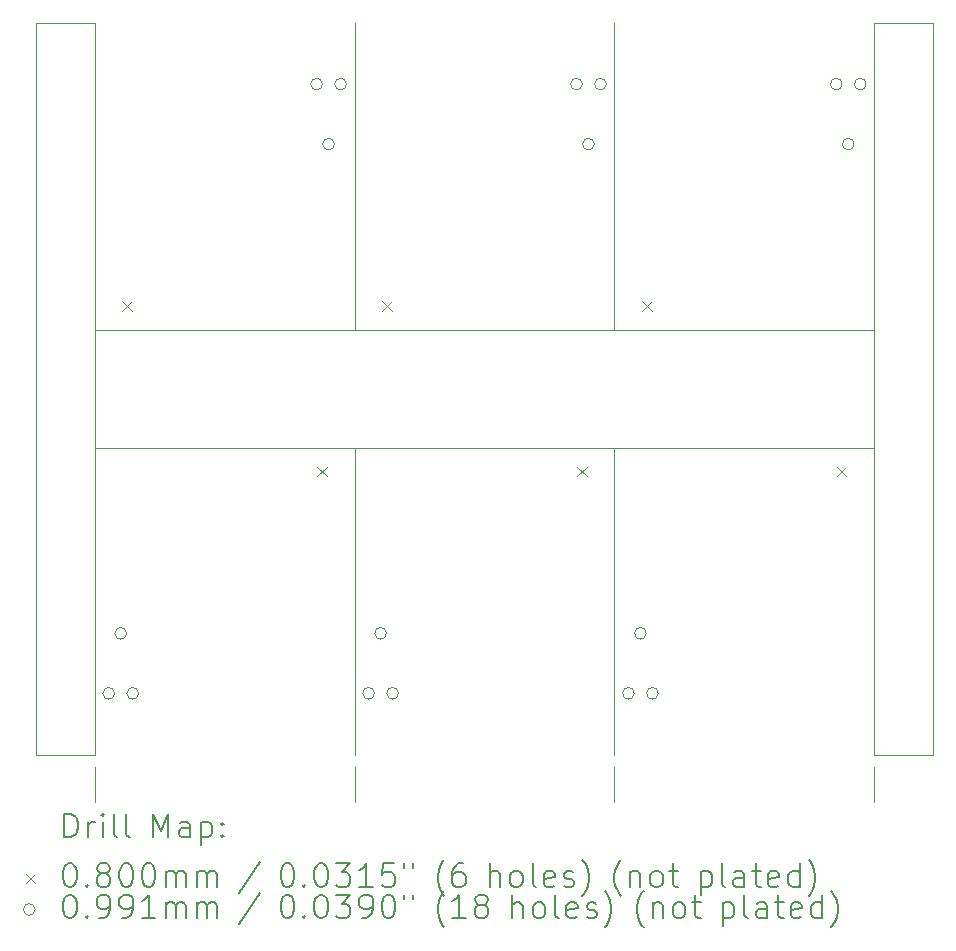
<source format=gbr>
%TF.GenerationSoftware,KiCad,Pcbnew,(7.0.0-rc2-153-g7d6218acb4)*%
%TF.CreationDate,2023-02-19T17:36:38+08:00*%
%TF.ProjectId,RAK3172-M.2-2230-Mod - panel,52414b33-3137-4322-9d4d-2e322d323233,rev?*%
%TF.SameCoordinates,Original*%
%TF.FileFunction,Drillmap*%
%TF.FilePolarity,Positive*%
%FSLAX45Y45*%
G04 Gerber Fmt 4.5, Leading zero omitted, Abs format (unit mm)*
G04 Created by KiCad (PCBNEW (7.0.0-rc2-153-g7d6218acb4)) date 2023-02-19 17:36:38*
%MOMM*%
%LPD*%
G01*
G04 APERTURE LIST*
%ADD10C,0.100000*%
%ADD11C,0.200000*%
%ADD12C,0.080000*%
%ADD13C,0.099060*%
G04 APERTURE END LIST*
D10*
X20395000Y-7097500D02*
X20395000Y-8097500D01*
X20395000Y-4497500D02*
X20395000Y-7097500D01*
X18195000Y-8097500D02*
X20395000Y-8097500D01*
X18195000Y-10697500D02*
X18195000Y-8097500D01*
X20395000Y-8097500D02*
X20395000Y-10697500D01*
X20395000Y-7097500D02*
X18195000Y-7097500D01*
X18195000Y-7097500D02*
X18195000Y-4497500D01*
X20395000Y-10797500D02*
X20395000Y-11097500D01*
X13795000Y-10797500D02*
X13795000Y-11097500D01*
X13295000Y-4497500D02*
X13795000Y-4497500D01*
X13295000Y-10697500D02*
X13295000Y-4497500D01*
X13795000Y-10697500D02*
X13295000Y-10697500D01*
X20895000Y-4497500D02*
X20395000Y-4497500D01*
X20895000Y-10697500D02*
X20895000Y-4497500D01*
X20395000Y-10697500D02*
X20895000Y-10697500D01*
X15995000Y-10797500D02*
X15995000Y-11097500D01*
X18195000Y-10797500D02*
X18195000Y-11097500D01*
X13795000Y-7097500D02*
X13795000Y-8097500D01*
X15995000Y-4497500D02*
X15995000Y-7097500D01*
X15995000Y-7097500D02*
X13795000Y-7097500D01*
X13795000Y-7097500D02*
X13795000Y-4497500D01*
X15995000Y-7097500D02*
X15995000Y-4497500D01*
X18195000Y-7097500D02*
X15995000Y-7097500D01*
X18195000Y-4497500D02*
X18195000Y-7097500D01*
X18195000Y-8097500D02*
X18195000Y-10697500D01*
X15995000Y-8097500D02*
X18195000Y-8097500D01*
X15995000Y-10697500D02*
X15995000Y-8097500D01*
X15995000Y-8097500D02*
X15995000Y-10697500D01*
X13795000Y-10697500D02*
X13795000Y-8097500D01*
X13795000Y-8097500D02*
X15995000Y-8097500D01*
D11*
D12*
X14030000Y-6857500D02*
X14110000Y-6937500D01*
X14110000Y-6857500D02*
X14030000Y-6937500D01*
X15680000Y-8257500D02*
X15760000Y-8337500D01*
X15760000Y-8257500D02*
X15680000Y-8337500D01*
X16230000Y-6857500D02*
X16310000Y-6937500D01*
X16310000Y-6857500D02*
X16230000Y-6937500D01*
X17880000Y-8257500D02*
X17960000Y-8337500D01*
X17960000Y-8257500D02*
X17880000Y-8337500D01*
X18430000Y-6857500D02*
X18510000Y-6937500D01*
X18510000Y-6857500D02*
X18430000Y-6937500D01*
X20080000Y-8257500D02*
X20160000Y-8337500D01*
X20160000Y-8257500D02*
X20080000Y-8337500D01*
D13*
X13962930Y-10176500D02*
G75*
G03*
X13962930Y-10176500I-49530J0D01*
G01*
X14064530Y-9668500D02*
G75*
G03*
X14064530Y-9668500I-49530J0D01*
G01*
X14166130Y-10176500D02*
G75*
G03*
X14166130Y-10176500I-49530J0D01*
G01*
X15722930Y-5018500D02*
G75*
G03*
X15722930Y-5018500I-49530J0D01*
G01*
X15824530Y-5526500D02*
G75*
G03*
X15824530Y-5526500I-49530J0D01*
G01*
X15926130Y-5018500D02*
G75*
G03*
X15926130Y-5018500I-49530J0D01*
G01*
X16162930Y-10176500D02*
G75*
G03*
X16162930Y-10176500I-49530J0D01*
G01*
X16264530Y-9668500D02*
G75*
G03*
X16264530Y-9668500I-49530J0D01*
G01*
X16366130Y-10176500D02*
G75*
G03*
X16366130Y-10176500I-49530J0D01*
G01*
X17922930Y-5018500D02*
G75*
G03*
X17922930Y-5018500I-49530J0D01*
G01*
X18024530Y-5526500D02*
G75*
G03*
X18024530Y-5526500I-49530J0D01*
G01*
X18126130Y-5018500D02*
G75*
G03*
X18126130Y-5018500I-49530J0D01*
G01*
X18362930Y-10176500D02*
G75*
G03*
X18362930Y-10176500I-49530J0D01*
G01*
X18464530Y-9668500D02*
G75*
G03*
X18464530Y-9668500I-49530J0D01*
G01*
X18566130Y-10176500D02*
G75*
G03*
X18566130Y-10176500I-49530J0D01*
G01*
X20122930Y-5018500D02*
G75*
G03*
X20122930Y-5018500I-49530J0D01*
G01*
X20224530Y-5526500D02*
G75*
G03*
X20224530Y-5526500I-49530J0D01*
G01*
X20326130Y-5018500D02*
G75*
G03*
X20326130Y-5018500I-49530J0D01*
G01*
D11*
X13537619Y-11395976D02*
X13537619Y-11195976D01*
X13537619Y-11195976D02*
X13585238Y-11195976D01*
X13585238Y-11195976D02*
X13613809Y-11205500D01*
X13613809Y-11205500D02*
X13632857Y-11224548D01*
X13632857Y-11224548D02*
X13642381Y-11243595D01*
X13642381Y-11243595D02*
X13651905Y-11281690D01*
X13651905Y-11281690D02*
X13651905Y-11310262D01*
X13651905Y-11310262D02*
X13642381Y-11348357D01*
X13642381Y-11348357D02*
X13632857Y-11367405D01*
X13632857Y-11367405D02*
X13613809Y-11386452D01*
X13613809Y-11386452D02*
X13585238Y-11395976D01*
X13585238Y-11395976D02*
X13537619Y-11395976D01*
X13737619Y-11395976D02*
X13737619Y-11262643D01*
X13737619Y-11300738D02*
X13747143Y-11281690D01*
X13747143Y-11281690D02*
X13756667Y-11272167D01*
X13756667Y-11272167D02*
X13775714Y-11262643D01*
X13775714Y-11262643D02*
X13794762Y-11262643D01*
X13861428Y-11395976D02*
X13861428Y-11262643D01*
X13861428Y-11195976D02*
X13851905Y-11205500D01*
X13851905Y-11205500D02*
X13861428Y-11215024D01*
X13861428Y-11215024D02*
X13870952Y-11205500D01*
X13870952Y-11205500D02*
X13861428Y-11195976D01*
X13861428Y-11195976D02*
X13861428Y-11215024D01*
X13985238Y-11395976D02*
X13966190Y-11386452D01*
X13966190Y-11386452D02*
X13956667Y-11367405D01*
X13956667Y-11367405D02*
X13956667Y-11195976D01*
X14090000Y-11395976D02*
X14070952Y-11386452D01*
X14070952Y-11386452D02*
X14061428Y-11367405D01*
X14061428Y-11367405D02*
X14061428Y-11195976D01*
X14286190Y-11395976D02*
X14286190Y-11195976D01*
X14286190Y-11195976D02*
X14352857Y-11338833D01*
X14352857Y-11338833D02*
X14419524Y-11195976D01*
X14419524Y-11195976D02*
X14419524Y-11395976D01*
X14600476Y-11395976D02*
X14600476Y-11291214D01*
X14600476Y-11291214D02*
X14590952Y-11272167D01*
X14590952Y-11272167D02*
X14571905Y-11262643D01*
X14571905Y-11262643D02*
X14533809Y-11262643D01*
X14533809Y-11262643D02*
X14514762Y-11272167D01*
X14600476Y-11386452D02*
X14581428Y-11395976D01*
X14581428Y-11395976D02*
X14533809Y-11395976D01*
X14533809Y-11395976D02*
X14514762Y-11386452D01*
X14514762Y-11386452D02*
X14505238Y-11367405D01*
X14505238Y-11367405D02*
X14505238Y-11348357D01*
X14505238Y-11348357D02*
X14514762Y-11329309D01*
X14514762Y-11329309D02*
X14533809Y-11319786D01*
X14533809Y-11319786D02*
X14581428Y-11319786D01*
X14581428Y-11319786D02*
X14600476Y-11310262D01*
X14695714Y-11262643D02*
X14695714Y-11462643D01*
X14695714Y-11272167D02*
X14714762Y-11262643D01*
X14714762Y-11262643D02*
X14752857Y-11262643D01*
X14752857Y-11262643D02*
X14771905Y-11272167D01*
X14771905Y-11272167D02*
X14781428Y-11281690D01*
X14781428Y-11281690D02*
X14790952Y-11300738D01*
X14790952Y-11300738D02*
X14790952Y-11357881D01*
X14790952Y-11357881D02*
X14781428Y-11376928D01*
X14781428Y-11376928D02*
X14771905Y-11386452D01*
X14771905Y-11386452D02*
X14752857Y-11395976D01*
X14752857Y-11395976D02*
X14714762Y-11395976D01*
X14714762Y-11395976D02*
X14695714Y-11386452D01*
X14876667Y-11376928D02*
X14886190Y-11386452D01*
X14886190Y-11386452D02*
X14876667Y-11395976D01*
X14876667Y-11395976D02*
X14867143Y-11386452D01*
X14867143Y-11386452D02*
X14876667Y-11376928D01*
X14876667Y-11376928D02*
X14876667Y-11395976D01*
X14876667Y-11272167D02*
X14886190Y-11281690D01*
X14886190Y-11281690D02*
X14876667Y-11291214D01*
X14876667Y-11291214D02*
X14867143Y-11281690D01*
X14867143Y-11281690D02*
X14876667Y-11272167D01*
X14876667Y-11272167D02*
X14876667Y-11291214D01*
D12*
X13210000Y-11702500D02*
X13290000Y-11782500D01*
X13290000Y-11702500D02*
X13210000Y-11782500D01*
D11*
X13575714Y-11615976D02*
X13594762Y-11615976D01*
X13594762Y-11615976D02*
X13613809Y-11625500D01*
X13613809Y-11625500D02*
X13623333Y-11635024D01*
X13623333Y-11635024D02*
X13632857Y-11654071D01*
X13632857Y-11654071D02*
X13642381Y-11692167D01*
X13642381Y-11692167D02*
X13642381Y-11739786D01*
X13642381Y-11739786D02*
X13632857Y-11777881D01*
X13632857Y-11777881D02*
X13623333Y-11796928D01*
X13623333Y-11796928D02*
X13613809Y-11806452D01*
X13613809Y-11806452D02*
X13594762Y-11815976D01*
X13594762Y-11815976D02*
X13575714Y-11815976D01*
X13575714Y-11815976D02*
X13556667Y-11806452D01*
X13556667Y-11806452D02*
X13547143Y-11796928D01*
X13547143Y-11796928D02*
X13537619Y-11777881D01*
X13537619Y-11777881D02*
X13528095Y-11739786D01*
X13528095Y-11739786D02*
X13528095Y-11692167D01*
X13528095Y-11692167D02*
X13537619Y-11654071D01*
X13537619Y-11654071D02*
X13547143Y-11635024D01*
X13547143Y-11635024D02*
X13556667Y-11625500D01*
X13556667Y-11625500D02*
X13575714Y-11615976D01*
X13728095Y-11796928D02*
X13737619Y-11806452D01*
X13737619Y-11806452D02*
X13728095Y-11815976D01*
X13728095Y-11815976D02*
X13718571Y-11806452D01*
X13718571Y-11806452D02*
X13728095Y-11796928D01*
X13728095Y-11796928D02*
X13728095Y-11815976D01*
X13851905Y-11701690D02*
X13832857Y-11692167D01*
X13832857Y-11692167D02*
X13823333Y-11682643D01*
X13823333Y-11682643D02*
X13813809Y-11663595D01*
X13813809Y-11663595D02*
X13813809Y-11654071D01*
X13813809Y-11654071D02*
X13823333Y-11635024D01*
X13823333Y-11635024D02*
X13832857Y-11625500D01*
X13832857Y-11625500D02*
X13851905Y-11615976D01*
X13851905Y-11615976D02*
X13890000Y-11615976D01*
X13890000Y-11615976D02*
X13909048Y-11625500D01*
X13909048Y-11625500D02*
X13918571Y-11635024D01*
X13918571Y-11635024D02*
X13928095Y-11654071D01*
X13928095Y-11654071D02*
X13928095Y-11663595D01*
X13928095Y-11663595D02*
X13918571Y-11682643D01*
X13918571Y-11682643D02*
X13909048Y-11692167D01*
X13909048Y-11692167D02*
X13890000Y-11701690D01*
X13890000Y-11701690D02*
X13851905Y-11701690D01*
X13851905Y-11701690D02*
X13832857Y-11711214D01*
X13832857Y-11711214D02*
X13823333Y-11720738D01*
X13823333Y-11720738D02*
X13813809Y-11739786D01*
X13813809Y-11739786D02*
X13813809Y-11777881D01*
X13813809Y-11777881D02*
X13823333Y-11796928D01*
X13823333Y-11796928D02*
X13832857Y-11806452D01*
X13832857Y-11806452D02*
X13851905Y-11815976D01*
X13851905Y-11815976D02*
X13890000Y-11815976D01*
X13890000Y-11815976D02*
X13909048Y-11806452D01*
X13909048Y-11806452D02*
X13918571Y-11796928D01*
X13918571Y-11796928D02*
X13928095Y-11777881D01*
X13928095Y-11777881D02*
X13928095Y-11739786D01*
X13928095Y-11739786D02*
X13918571Y-11720738D01*
X13918571Y-11720738D02*
X13909048Y-11711214D01*
X13909048Y-11711214D02*
X13890000Y-11701690D01*
X14051905Y-11615976D02*
X14070952Y-11615976D01*
X14070952Y-11615976D02*
X14090000Y-11625500D01*
X14090000Y-11625500D02*
X14099524Y-11635024D01*
X14099524Y-11635024D02*
X14109048Y-11654071D01*
X14109048Y-11654071D02*
X14118571Y-11692167D01*
X14118571Y-11692167D02*
X14118571Y-11739786D01*
X14118571Y-11739786D02*
X14109048Y-11777881D01*
X14109048Y-11777881D02*
X14099524Y-11796928D01*
X14099524Y-11796928D02*
X14090000Y-11806452D01*
X14090000Y-11806452D02*
X14070952Y-11815976D01*
X14070952Y-11815976D02*
X14051905Y-11815976D01*
X14051905Y-11815976D02*
X14032857Y-11806452D01*
X14032857Y-11806452D02*
X14023333Y-11796928D01*
X14023333Y-11796928D02*
X14013809Y-11777881D01*
X14013809Y-11777881D02*
X14004286Y-11739786D01*
X14004286Y-11739786D02*
X14004286Y-11692167D01*
X14004286Y-11692167D02*
X14013809Y-11654071D01*
X14013809Y-11654071D02*
X14023333Y-11635024D01*
X14023333Y-11635024D02*
X14032857Y-11625500D01*
X14032857Y-11625500D02*
X14051905Y-11615976D01*
X14242381Y-11615976D02*
X14261429Y-11615976D01*
X14261429Y-11615976D02*
X14280476Y-11625500D01*
X14280476Y-11625500D02*
X14290000Y-11635024D01*
X14290000Y-11635024D02*
X14299524Y-11654071D01*
X14299524Y-11654071D02*
X14309048Y-11692167D01*
X14309048Y-11692167D02*
X14309048Y-11739786D01*
X14309048Y-11739786D02*
X14299524Y-11777881D01*
X14299524Y-11777881D02*
X14290000Y-11796928D01*
X14290000Y-11796928D02*
X14280476Y-11806452D01*
X14280476Y-11806452D02*
X14261429Y-11815976D01*
X14261429Y-11815976D02*
X14242381Y-11815976D01*
X14242381Y-11815976D02*
X14223333Y-11806452D01*
X14223333Y-11806452D02*
X14213809Y-11796928D01*
X14213809Y-11796928D02*
X14204286Y-11777881D01*
X14204286Y-11777881D02*
X14194762Y-11739786D01*
X14194762Y-11739786D02*
X14194762Y-11692167D01*
X14194762Y-11692167D02*
X14204286Y-11654071D01*
X14204286Y-11654071D02*
X14213809Y-11635024D01*
X14213809Y-11635024D02*
X14223333Y-11625500D01*
X14223333Y-11625500D02*
X14242381Y-11615976D01*
X14394762Y-11815976D02*
X14394762Y-11682643D01*
X14394762Y-11701690D02*
X14404286Y-11692167D01*
X14404286Y-11692167D02*
X14423333Y-11682643D01*
X14423333Y-11682643D02*
X14451905Y-11682643D01*
X14451905Y-11682643D02*
X14470952Y-11692167D01*
X14470952Y-11692167D02*
X14480476Y-11711214D01*
X14480476Y-11711214D02*
X14480476Y-11815976D01*
X14480476Y-11711214D02*
X14490000Y-11692167D01*
X14490000Y-11692167D02*
X14509048Y-11682643D01*
X14509048Y-11682643D02*
X14537619Y-11682643D01*
X14537619Y-11682643D02*
X14556667Y-11692167D01*
X14556667Y-11692167D02*
X14566190Y-11711214D01*
X14566190Y-11711214D02*
X14566190Y-11815976D01*
X14661429Y-11815976D02*
X14661429Y-11682643D01*
X14661429Y-11701690D02*
X14670952Y-11692167D01*
X14670952Y-11692167D02*
X14690000Y-11682643D01*
X14690000Y-11682643D02*
X14718571Y-11682643D01*
X14718571Y-11682643D02*
X14737619Y-11692167D01*
X14737619Y-11692167D02*
X14747143Y-11711214D01*
X14747143Y-11711214D02*
X14747143Y-11815976D01*
X14747143Y-11711214D02*
X14756667Y-11692167D01*
X14756667Y-11692167D02*
X14775714Y-11682643D01*
X14775714Y-11682643D02*
X14804286Y-11682643D01*
X14804286Y-11682643D02*
X14823333Y-11692167D01*
X14823333Y-11692167D02*
X14832857Y-11711214D01*
X14832857Y-11711214D02*
X14832857Y-11815976D01*
X15190952Y-11606452D02*
X15019524Y-11863595D01*
X15415714Y-11615976D02*
X15434762Y-11615976D01*
X15434762Y-11615976D02*
X15453810Y-11625500D01*
X15453810Y-11625500D02*
X15463333Y-11635024D01*
X15463333Y-11635024D02*
X15472857Y-11654071D01*
X15472857Y-11654071D02*
X15482381Y-11692167D01*
X15482381Y-11692167D02*
X15482381Y-11739786D01*
X15482381Y-11739786D02*
X15472857Y-11777881D01*
X15472857Y-11777881D02*
X15463333Y-11796928D01*
X15463333Y-11796928D02*
X15453810Y-11806452D01*
X15453810Y-11806452D02*
X15434762Y-11815976D01*
X15434762Y-11815976D02*
X15415714Y-11815976D01*
X15415714Y-11815976D02*
X15396667Y-11806452D01*
X15396667Y-11806452D02*
X15387143Y-11796928D01*
X15387143Y-11796928D02*
X15377619Y-11777881D01*
X15377619Y-11777881D02*
X15368095Y-11739786D01*
X15368095Y-11739786D02*
X15368095Y-11692167D01*
X15368095Y-11692167D02*
X15377619Y-11654071D01*
X15377619Y-11654071D02*
X15387143Y-11635024D01*
X15387143Y-11635024D02*
X15396667Y-11625500D01*
X15396667Y-11625500D02*
X15415714Y-11615976D01*
X15568095Y-11796928D02*
X15577619Y-11806452D01*
X15577619Y-11806452D02*
X15568095Y-11815976D01*
X15568095Y-11815976D02*
X15558571Y-11806452D01*
X15558571Y-11806452D02*
X15568095Y-11796928D01*
X15568095Y-11796928D02*
X15568095Y-11815976D01*
X15701429Y-11615976D02*
X15720476Y-11615976D01*
X15720476Y-11615976D02*
X15739524Y-11625500D01*
X15739524Y-11625500D02*
X15749048Y-11635024D01*
X15749048Y-11635024D02*
X15758571Y-11654071D01*
X15758571Y-11654071D02*
X15768095Y-11692167D01*
X15768095Y-11692167D02*
X15768095Y-11739786D01*
X15768095Y-11739786D02*
X15758571Y-11777881D01*
X15758571Y-11777881D02*
X15749048Y-11796928D01*
X15749048Y-11796928D02*
X15739524Y-11806452D01*
X15739524Y-11806452D02*
X15720476Y-11815976D01*
X15720476Y-11815976D02*
X15701429Y-11815976D01*
X15701429Y-11815976D02*
X15682381Y-11806452D01*
X15682381Y-11806452D02*
X15672857Y-11796928D01*
X15672857Y-11796928D02*
X15663333Y-11777881D01*
X15663333Y-11777881D02*
X15653810Y-11739786D01*
X15653810Y-11739786D02*
X15653810Y-11692167D01*
X15653810Y-11692167D02*
X15663333Y-11654071D01*
X15663333Y-11654071D02*
X15672857Y-11635024D01*
X15672857Y-11635024D02*
X15682381Y-11625500D01*
X15682381Y-11625500D02*
X15701429Y-11615976D01*
X15834762Y-11615976D02*
X15958571Y-11615976D01*
X15958571Y-11615976D02*
X15891905Y-11692167D01*
X15891905Y-11692167D02*
X15920476Y-11692167D01*
X15920476Y-11692167D02*
X15939524Y-11701690D01*
X15939524Y-11701690D02*
X15949048Y-11711214D01*
X15949048Y-11711214D02*
X15958571Y-11730262D01*
X15958571Y-11730262D02*
X15958571Y-11777881D01*
X15958571Y-11777881D02*
X15949048Y-11796928D01*
X15949048Y-11796928D02*
X15939524Y-11806452D01*
X15939524Y-11806452D02*
X15920476Y-11815976D01*
X15920476Y-11815976D02*
X15863333Y-11815976D01*
X15863333Y-11815976D02*
X15844286Y-11806452D01*
X15844286Y-11806452D02*
X15834762Y-11796928D01*
X16149048Y-11815976D02*
X16034762Y-11815976D01*
X16091905Y-11815976D02*
X16091905Y-11615976D01*
X16091905Y-11615976D02*
X16072857Y-11644548D01*
X16072857Y-11644548D02*
X16053810Y-11663595D01*
X16053810Y-11663595D02*
X16034762Y-11673119D01*
X16330000Y-11615976D02*
X16234762Y-11615976D01*
X16234762Y-11615976D02*
X16225238Y-11711214D01*
X16225238Y-11711214D02*
X16234762Y-11701690D01*
X16234762Y-11701690D02*
X16253810Y-11692167D01*
X16253810Y-11692167D02*
X16301429Y-11692167D01*
X16301429Y-11692167D02*
X16320476Y-11701690D01*
X16320476Y-11701690D02*
X16330000Y-11711214D01*
X16330000Y-11711214D02*
X16339524Y-11730262D01*
X16339524Y-11730262D02*
X16339524Y-11777881D01*
X16339524Y-11777881D02*
X16330000Y-11796928D01*
X16330000Y-11796928D02*
X16320476Y-11806452D01*
X16320476Y-11806452D02*
X16301429Y-11815976D01*
X16301429Y-11815976D02*
X16253810Y-11815976D01*
X16253810Y-11815976D02*
X16234762Y-11806452D01*
X16234762Y-11806452D02*
X16225238Y-11796928D01*
X16415714Y-11615976D02*
X16415714Y-11654071D01*
X16491905Y-11615976D02*
X16491905Y-11654071D01*
X16754762Y-11892167D02*
X16745238Y-11882643D01*
X16745238Y-11882643D02*
X16726191Y-11854071D01*
X16726191Y-11854071D02*
X16716667Y-11835024D01*
X16716667Y-11835024D02*
X16707143Y-11806452D01*
X16707143Y-11806452D02*
X16697619Y-11758833D01*
X16697619Y-11758833D02*
X16697619Y-11720738D01*
X16697619Y-11720738D02*
X16707143Y-11673119D01*
X16707143Y-11673119D02*
X16716667Y-11644548D01*
X16716667Y-11644548D02*
X16726191Y-11625500D01*
X16726191Y-11625500D02*
X16745238Y-11596928D01*
X16745238Y-11596928D02*
X16754762Y-11587405D01*
X16916667Y-11615976D02*
X16878572Y-11615976D01*
X16878572Y-11615976D02*
X16859524Y-11625500D01*
X16859524Y-11625500D02*
X16850000Y-11635024D01*
X16850000Y-11635024D02*
X16830953Y-11663595D01*
X16830953Y-11663595D02*
X16821429Y-11701690D01*
X16821429Y-11701690D02*
X16821429Y-11777881D01*
X16821429Y-11777881D02*
X16830953Y-11796928D01*
X16830953Y-11796928D02*
X16840476Y-11806452D01*
X16840476Y-11806452D02*
X16859524Y-11815976D01*
X16859524Y-11815976D02*
X16897619Y-11815976D01*
X16897619Y-11815976D02*
X16916667Y-11806452D01*
X16916667Y-11806452D02*
X16926191Y-11796928D01*
X16926191Y-11796928D02*
X16935714Y-11777881D01*
X16935714Y-11777881D02*
X16935714Y-11730262D01*
X16935714Y-11730262D02*
X16926191Y-11711214D01*
X16926191Y-11711214D02*
X16916667Y-11701690D01*
X16916667Y-11701690D02*
X16897619Y-11692167D01*
X16897619Y-11692167D02*
X16859524Y-11692167D01*
X16859524Y-11692167D02*
X16840476Y-11701690D01*
X16840476Y-11701690D02*
X16830953Y-11711214D01*
X16830953Y-11711214D02*
X16821429Y-11730262D01*
X17141429Y-11815976D02*
X17141429Y-11615976D01*
X17227143Y-11815976D02*
X17227143Y-11711214D01*
X17227143Y-11711214D02*
X17217619Y-11692167D01*
X17217619Y-11692167D02*
X17198572Y-11682643D01*
X17198572Y-11682643D02*
X17170000Y-11682643D01*
X17170000Y-11682643D02*
X17150953Y-11692167D01*
X17150953Y-11692167D02*
X17141429Y-11701690D01*
X17350953Y-11815976D02*
X17331905Y-11806452D01*
X17331905Y-11806452D02*
X17322381Y-11796928D01*
X17322381Y-11796928D02*
X17312857Y-11777881D01*
X17312857Y-11777881D02*
X17312857Y-11720738D01*
X17312857Y-11720738D02*
X17322381Y-11701690D01*
X17322381Y-11701690D02*
X17331905Y-11692167D01*
X17331905Y-11692167D02*
X17350953Y-11682643D01*
X17350953Y-11682643D02*
X17379524Y-11682643D01*
X17379524Y-11682643D02*
X17398572Y-11692167D01*
X17398572Y-11692167D02*
X17408095Y-11701690D01*
X17408095Y-11701690D02*
X17417619Y-11720738D01*
X17417619Y-11720738D02*
X17417619Y-11777881D01*
X17417619Y-11777881D02*
X17408095Y-11796928D01*
X17408095Y-11796928D02*
X17398572Y-11806452D01*
X17398572Y-11806452D02*
X17379524Y-11815976D01*
X17379524Y-11815976D02*
X17350953Y-11815976D01*
X17531905Y-11815976D02*
X17512857Y-11806452D01*
X17512857Y-11806452D02*
X17503334Y-11787405D01*
X17503334Y-11787405D02*
X17503334Y-11615976D01*
X17684286Y-11806452D02*
X17665238Y-11815976D01*
X17665238Y-11815976D02*
X17627143Y-11815976D01*
X17627143Y-11815976D02*
X17608095Y-11806452D01*
X17608095Y-11806452D02*
X17598572Y-11787405D01*
X17598572Y-11787405D02*
X17598572Y-11711214D01*
X17598572Y-11711214D02*
X17608095Y-11692167D01*
X17608095Y-11692167D02*
X17627143Y-11682643D01*
X17627143Y-11682643D02*
X17665238Y-11682643D01*
X17665238Y-11682643D02*
X17684286Y-11692167D01*
X17684286Y-11692167D02*
X17693810Y-11711214D01*
X17693810Y-11711214D02*
X17693810Y-11730262D01*
X17693810Y-11730262D02*
X17598572Y-11749309D01*
X17770000Y-11806452D02*
X17789048Y-11815976D01*
X17789048Y-11815976D02*
X17827143Y-11815976D01*
X17827143Y-11815976D02*
X17846191Y-11806452D01*
X17846191Y-11806452D02*
X17855715Y-11787405D01*
X17855715Y-11787405D02*
X17855715Y-11777881D01*
X17855715Y-11777881D02*
X17846191Y-11758833D01*
X17846191Y-11758833D02*
X17827143Y-11749309D01*
X17827143Y-11749309D02*
X17798572Y-11749309D01*
X17798572Y-11749309D02*
X17779524Y-11739786D01*
X17779524Y-11739786D02*
X17770000Y-11720738D01*
X17770000Y-11720738D02*
X17770000Y-11711214D01*
X17770000Y-11711214D02*
X17779524Y-11692167D01*
X17779524Y-11692167D02*
X17798572Y-11682643D01*
X17798572Y-11682643D02*
X17827143Y-11682643D01*
X17827143Y-11682643D02*
X17846191Y-11692167D01*
X17922381Y-11892167D02*
X17931905Y-11882643D01*
X17931905Y-11882643D02*
X17950953Y-11854071D01*
X17950953Y-11854071D02*
X17960476Y-11835024D01*
X17960476Y-11835024D02*
X17970000Y-11806452D01*
X17970000Y-11806452D02*
X17979524Y-11758833D01*
X17979524Y-11758833D02*
X17979524Y-11720738D01*
X17979524Y-11720738D02*
X17970000Y-11673119D01*
X17970000Y-11673119D02*
X17960476Y-11644548D01*
X17960476Y-11644548D02*
X17950953Y-11625500D01*
X17950953Y-11625500D02*
X17931905Y-11596928D01*
X17931905Y-11596928D02*
X17922381Y-11587405D01*
X18251905Y-11892167D02*
X18242381Y-11882643D01*
X18242381Y-11882643D02*
X18223334Y-11854071D01*
X18223334Y-11854071D02*
X18213810Y-11835024D01*
X18213810Y-11835024D02*
X18204286Y-11806452D01*
X18204286Y-11806452D02*
X18194762Y-11758833D01*
X18194762Y-11758833D02*
X18194762Y-11720738D01*
X18194762Y-11720738D02*
X18204286Y-11673119D01*
X18204286Y-11673119D02*
X18213810Y-11644548D01*
X18213810Y-11644548D02*
X18223334Y-11625500D01*
X18223334Y-11625500D02*
X18242381Y-11596928D01*
X18242381Y-11596928D02*
X18251905Y-11587405D01*
X18328095Y-11682643D02*
X18328095Y-11815976D01*
X18328095Y-11701690D02*
X18337619Y-11692167D01*
X18337619Y-11692167D02*
X18356667Y-11682643D01*
X18356667Y-11682643D02*
X18385238Y-11682643D01*
X18385238Y-11682643D02*
X18404286Y-11692167D01*
X18404286Y-11692167D02*
X18413810Y-11711214D01*
X18413810Y-11711214D02*
X18413810Y-11815976D01*
X18537619Y-11815976D02*
X18518572Y-11806452D01*
X18518572Y-11806452D02*
X18509048Y-11796928D01*
X18509048Y-11796928D02*
X18499524Y-11777881D01*
X18499524Y-11777881D02*
X18499524Y-11720738D01*
X18499524Y-11720738D02*
X18509048Y-11701690D01*
X18509048Y-11701690D02*
X18518572Y-11692167D01*
X18518572Y-11692167D02*
X18537619Y-11682643D01*
X18537619Y-11682643D02*
X18566191Y-11682643D01*
X18566191Y-11682643D02*
X18585238Y-11692167D01*
X18585238Y-11692167D02*
X18594762Y-11701690D01*
X18594762Y-11701690D02*
X18604286Y-11720738D01*
X18604286Y-11720738D02*
X18604286Y-11777881D01*
X18604286Y-11777881D02*
X18594762Y-11796928D01*
X18594762Y-11796928D02*
X18585238Y-11806452D01*
X18585238Y-11806452D02*
X18566191Y-11815976D01*
X18566191Y-11815976D02*
X18537619Y-11815976D01*
X18661429Y-11682643D02*
X18737619Y-11682643D01*
X18690000Y-11615976D02*
X18690000Y-11787405D01*
X18690000Y-11787405D02*
X18699524Y-11806452D01*
X18699524Y-11806452D02*
X18718572Y-11815976D01*
X18718572Y-11815976D02*
X18737619Y-11815976D01*
X18924286Y-11682643D02*
X18924286Y-11882643D01*
X18924286Y-11692167D02*
X18943334Y-11682643D01*
X18943334Y-11682643D02*
X18981429Y-11682643D01*
X18981429Y-11682643D02*
X19000476Y-11692167D01*
X19000476Y-11692167D02*
X19010000Y-11701690D01*
X19010000Y-11701690D02*
X19019524Y-11720738D01*
X19019524Y-11720738D02*
X19019524Y-11777881D01*
X19019524Y-11777881D02*
X19010000Y-11796928D01*
X19010000Y-11796928D02*
X19000476Y-11806452D01*
X19000476Y-11806452D02*
X18981429Y-11815976D01*
X18981429Y-11815976D02*
X18943334Y-11815976D01*
X18943334Y-11815976D02*
X18924286Y-11806452D01*
X19133810Y-11815976D02*
X19114762Y-11806452D01*
X19114762Y-11806452D02*
X19105238Y-11787405D01*
X19105238Y-11787405D02*
X19105238Y-11615976D01*
X19295715Y-11815976D02*
X19295715Y-11711214D01*
X19295715Y-11711214D02*
X19286191Y-11692167D01*
X19286191Y-11692167D02*
X19267143Y-11682643D01*
X19267143Y-11682643D02*
X19229048Y-11682643D01*
X19229048Y-11682643D02*
X19210000Y-11692167D01*
X19295715Y-11806452D02*
X19276667Y-11815976D01*
X19276667Y-11815976D02*
X19229048Y-11815976D01*
X19229048Y-11815976D02*
X19210000Y-11806452D01*
X19210000Y-11806452D02*
X19200476Y-11787405D01*
X19200476Y-11787405D02*
X19200476Y-11768357D01*
X19200476Y-11768357D02*
X19210000Y-11749309D01*
X19210000Y-11749309D02*
X19229048Y-11739786D01*
X19229048Y-11739786D02*
X19276667Y-11739786D01*
X19276667Y-11739786D02*
X19295715Y-11730262D01*
X19362381Y-11682643D02*
X19438572Y-11682643D01*
X19390953Y-11615976D02*
X19390953Y-11787405D01*
X19390953Y-11787405D02*
X19400476Y-11806452D01*
X19400476Y-11806452D02*
X19419524Y-11815976D01*
X19419524Y-11815976D02*
X19438572Y-11815976D01*
X19581429Y-11806452D02*
X19562381Y-11815976D01*
X19562381Y-11815976D02*
X19524286Y-11815976D01*
X19524286Y-11815976D02*
X19505238Y-11806452D01*
X19505238Y-11806452D02*
X19495715Y-11787405D01*
X19495715Y-11787405D02*
X19495715Y-11711214D01*
X19495715Y-11711214D02*
X19505238Y-11692167D01*
X19505238Y-11692167D02*
X19524286Y-11682643D01*
X19524286Y-11682643D02*
X19562381Y-11682643D01*
X19562381Y-11682643D02*
X19581429Y-11692167D01*
X19581429Y-11692167D02*
X19590953Y-11711214D01*
X19590953Y-11711214D02*
X19590953Y-11730262D01*
X19590953Y-11730262D02*
X19495715Y-11749309D01*
X19762381Y-11815976D02*
X19762381Y-11615976D01*
X19762381Y-11806452D02*
X19743334Y-11815976D01*
X19743334Y-11815976D02*
X19705238Y-11815976D01*
X19705238Y-11815976D02*
X19686191Y-11806452D01*
X19686191Y-11806452D02*
X19676667Y-11796928D01*
X19676667Y-11796928D02*
X19667143Y-11777881D01*
X19667143Y-11777881D02*
X19667143Y-11720738D01*
X19667143Y-11720738D02*
X19676667Y-11701690D01*
X19676667Y-11701690D02*
X19686191Y-11692167D01*
X19686191Y-11692167D02*
X19705238Y-11682643D01*
X19705238Y-11682643D02*
X19743334Y-11682643D01*
X19743334Y-11682643D02*
X19762381Y-11692167D01*
X19838572Y-11892167D02*
X19848096Y-11882643D01*
X19848096Y-11882643D02*
X19867143Y-11854071D01*
X19867143Y-11854071D02*
X19876667Y-11835024D01*
X19876667Y-11835024D02*
X19886191Y-11806452D01*
X19886191Y-11806452D02*
X19895715Y-11758833D01*
X19895715Y-11758833D02*
X19895715Y-11720738D01*
X19895715Y-11720738D02*
X19886191Y-11673119D01*
X19886191Y-11673119D02*
X19876667Y-11644548D01*
X19876667Y-11644548D02*
X19867143Y-11625500D01*
X19867143Y-11625500D02*
X19848096Y-11596928D01*
X19848096Y-11596928D02*
X19838572Y-11587405D01*
D13*
X13290000Y-12006500D02*
G75*
G03*
X13290000Y-12006500I-49530J0D01*
G01*
D11*
X13575714Y-11879976D02*
X13594762Y-11879976D01*
X13594762Y-11879976D02*
X13613809Y-11889500D01*
X13613809Y-11889500D02*
X13623333Y-11899024D01*
X13623333Y-11899024D02*
X13632857Y-11918071D01*
X13632857Y-11918071D02*
X13642381Y-11956167D01*
X13642381Y-11956167D02*
X13642381Y-12003786D01*
X13642381Y-12003786D02*
X13632857Y-12041881D01*
X13632857Y-12041881D02*
X13623333Y-12060928D01*
X13623333Y-12060928D02*
X13613809Y-12070452D01*
X13613809Y-12070452D02*
X13594762Y-12079976D01*
X13594762Y-12079976D02*
X13575714Y-12079976D01*
X13575714Y-12079976D02*
X13556667Y-12070452D01*
X13556667Y-12070452D02*
X13547143Y-12060928D01*
X13547143Y-12060928D02*
X13537619Y-12041881D01*
X13537619Y-12041881D02*
X13528095Y-12003786D01*
X13528095Y-12003786D02*
X13528095Y-11956167D01*
X13528095Y-11956167D02*
X13537619Y-11918071D01*
X13537619Y-11918071D02*
X13547143Y-11899024D01*
X13547143Y-11899024D02*
X13556667Y-11889500D01*
X13556667Y-11889500D02*
X13575714Y-11879976D01*
X13728095Y-12060928D02*
X13737619Y-12070452D01*
X13737619Y-12070452D02*
X13728095Y-12079976D01*
X13728095Y-12079976D02*
X13718571Y-12070452D01*
X13718571Y-12070452D02*
X13728095Y-12060928D01*
X13728095Y-12060928D02*
X13728095Y-12079976D01*
X13832857Y-12079976D02*
X13870952Y-12079976D01*
X13870952Y-12079976D02*
X13890000Y-12070452D01*
X13890000Y-12070452D02*
X13899524Y-12060928D01*
X13899524Y-12060928D02*
X13918571Y-12032357D01*
X13918571Y-12032357D02*
X13928095Y-11994262D01*
X13928095Y-11994262D02*
X13928095Y-11918071D01*
X13928095Y-11918071D02*
X13918571Y-11899024D01*
X13918571Y-11899024D02*
X13909048Y-11889500D01*
X13909048Y-11889500D02*
X13890000Y-11879976D01*
X13890000Y-11879976D02*
X13851905Y-11879976D01*
X13851905Y-11879976D02*
X13832857Y-11889500D01*
X13832857Y-11889500D02*
X13823333Y-11899024D01*
X13823333Y-11899024D02*
X13813809Y-11918071D01*
X13813809Y-11918071D02*
X13813809Y-11965690D01*
X13813809Y-11965690D02*
X13823333Y-11984738D01*
X13823333Y-11984738D02*
X13832857Y-11994262D01*
X13832857Y-11994262D02*
X13851905Y-12003786D01*
X13851905Y-12003786D02*
X13890000Y-12003786D01*
X13890000Y-12003786D02*
X13909048Y-11994262D01*
X13909048Y-11994262D02*
X13918571Y-11984738D01*
X13918571Y-11984738D02*
X13928095Y-11965690D01*
X14023333Y-12079976D02*
X14061428Y-12079976D01*
X14061428Y-12079976D02*
X14080476Y-12070452D01*
X14080476Y-12070452D02*
X14090000Y-12060928D01*
X14090000Y-12060928D02*
X14109048Y-12032357D01*
X14109048Y-12032357D02*
X14118571Y-11994262D01*
X14118571Y-11994262D02*
X14118571Y-11918071D01*
X14118571Y-11918071D02*
X14109048Y-11899024D01*
X14109048Y-11899024D02*
X14099524Y-11889500D01*
X14099524Y-11889500D02*
X14080476Y-11879976D01*
X14080476Y-11879976D02*
X14042381Y-11879976D01*
X14042381Y-11879976D02*
X14023333Y-11889500D01*
X14023333Y-11889500D02*
X14013809Y-11899024D01*
X14013809Y-11899024D02*
X14004286Y-11918071D01*
X14004286Y-11918071D02*
X14004286Y-11965690D01*
X14004286Y-11965690D02*
X14013809Y-11984738D01*
X14013809Y-11984738D02*
X14023333Y-11994262D01*
X14023333Y-11994262D02*
X14042381Y-12003786D01*
X14042381Y-12003786D02*
X14080476Y-12003786D01*
X14080476Y-12003786D02*
X14099524Y-11994262D01*
X14099524Y-11994262D02*
X14109048Y-11984738D01*
X14109048Y-11984738D02*
X14118571Y-11965690D01*
X14309048Y-12079976D02*
X14194762Y-12079976D01*
X14251905Y-12079976D02*
X14251905Y-11879976D01*
X14251905Y-11879976D02*
X14232857Y-11908548D01*
X14232857Y-11908548D02*
X14213809Y-11927595D01*
X14213809Y-11927595D02*
X14194762Y-11937119D01*
X14394762Y-12079976D02*
X14394762Y-11946643D01*
X14394762Y-11965690D02*
X14404286Y-11956167D01*
X14404286Y-11956167D02*
X14423333Y-11946643D01*
X14423333Y-11946643D02*
X14451905Y-11946643D01*
X14451905Y-11946643D02*
X14470952Y-11956167D01*
X14470952Y-11956167D02*
X14480476Y-11975214D01*
X14480476Y-11975214D02*
X14480476Y-12079976D01*
X14480476Y-11975214D02*
X14490000Y-11956167D01*
X14490000Y-11956167D02*
X14509048Y-11946643D01*
X14509048Y-11946643D02*
X14537619Y-11946643D01*
X14537619Y-11946643D02*
X14556667Y-11956167D01*
X14556667Y-11956167D02*
X14566190Y-11975214D01*
X14566190Y-11975214D02*
X14566190Y-12079976D01*
X14661429Y-12079976D02*
X14661429Y-11946643D01*
X14661429Y-11965690D02*
X14670952Y-11956167D01*
X14670952Y-11956167D02*
X14690000Y-11946643D01*
X14690000Y-11946643D02*
X14718571Y-11946643D01*
X14718571Y-11946643D02*
X14737619Y-11956167D01*
X14737619Y-11956167D02*
X14747143Y-11975214D01*
X14747143Y-11975214D02*
X14747143Y-12079976D01*
X14747143Y-11975214D02*
X14756667Y-11956167D01*
X14756667Y-11956167D02*
X14775714Y-11946643D01*
X14775714Y-11946643D02*
X14804286Y-11946643D01*
X14804286Y-11946643D02*
X14823333Y-11956167D01*
X14823333Y-11956167D02*
X14832857Y-11975214D01*
X14832857Y-11975214D02*
X14832857Y-12079976D01*
X15190952Y-11870452D02*
X15019524Y-12127595D01*
X15415714Y-11879976D02*
X15434762Y-11879976D01*
X15434762Y-11879976D02*
X15453810Y-11889500D01*
X15453810Y-11889500D02*
X15463333Y-11899024D01*
X15463333Y-11899024D02*
X15472857Y-11918071D01*
X15472857Y-11918071D02*
X15482381Y-11956167D01*
X15482381Y-11956167D02*
X15482381Y-12003786D01*
X15482381Y-12003786D02*
X15472857Y-12041881D01*
X15472857Y-12041881D02*
X15463333Y-12060928D01*
X15463333Y-12060928D02*
X15453810Y-12070452D01*
X15453810Y-12070452D02*
X15434762Y-12079976D01*
X15434762Y-12079976D02*
X15415714Y-12079976D01*
X15415714Y-12079976D02*
X15396667Y-12070452D01*
X15396667Y-12070452D02*
X15387143Y-12060928D01*
X15387143Y-12060928D02*
X15377619Y-12041881D01*
X15377619Y-12041881D02*
X15368095Y-12003786D01*
X15368095Y-12003786D02*
X15368095Y-11956167D01*
X15368095Y-11956167D02*
X15377619Y-11918071D01*
X15377619Y-11918071D02*
X15387143Y-11899024D01*
X15387143Y-11899024D02*
X15396667Y-11889500D01*
X15396667Y-11889500D02*
X15415714Y-11879976D01*
X15568095Y-12060928D02*
X15577619Y-12070452D01*
X15577619Y-12070452D02*
X15568095Y-12079976D01*
X15568095Y-12079976D02*
X15558571Y-12070452D01*
X15558571Y-12070452D02*
X15568095Y-12060928D01*
X15568095Y-12060928D02*
X15568095Y-12079976D01*
X15701429Y-11879976D02*
X15720476Y-11879976D01*
X15720476Y-11879976D02*
X15739524Y-11889500D01*
X15739524Y-11889500D02*
X15749048Y-11899024D01*
X15749048Y-11899024D02*
X15758571Y-11918071D01*
X15758571Y-11918071D02*
X15768095Y-11956167D01*
X15768095Y-11956167D02*
X15768095Y-12003786D01*
X15768095Y-12003786D02*
X15758571Y-12041881D01*
X15758571Y-12041881D02*
X15749048Y-12060928D01*
X15749048Y-12060928D02*
X15739524Y-12070452D01*
X15739524Y-12070452D02*
X15720476Y-12079976D01*
X15720476Y-12079976D02*
X15701429Y-12079976D01*
X15701429Y-12079976D02*
X15682381Y-12070452D01*
X15682381Y-12070452D02*
X15672857Y-12060928D01*
X15672857Y-12060928D02*
X15663333Y-12041881D01*
X15663333Y-12041881D02*
X15653810Y-12003786D01*
X15653810Y-12003786D02*
X15653810Y-11956167D01*
X15653810Y-11956167D02*
X15663333Y-11918071D01*
X15663333Y-11918071D02*
X15672857Y-11899024D01*
X15672857Y-11899024D02*
X15682381Y-11889500D01*
X15682381Y-11889500D02*
X15701429Y-11879976D01*
X15834762Y-11879976D02*
X15958571Y-11879976D01*
X15958571Y-11879976D02*
X15891905Y-11956167D01*
X15891905Y-11956167D02*
X15920476Y-11956167D01*
X15920476Y-11956167D02*
X15939524Y-11965690D01*
X15939524Y-11965690D02*
X15949048Y-11975214D01*
X15949048Y-11975214D02*
X15958571Y-11994262D01*
X15958571Y-11994262D02*
X15958571Y-12041881D01*
X15958571Y-12041881D02*
X15949048Y-12060928D01*
X15949048Y-12060928D02*
X15939524Y-12070452D01*
X15939524Y-12070452D02*
X15920476Y-12079976D01*
X15920476Y-12079976D02*
X15863333Y-12079976D01*
X15863333Y-12079976D02*
X15844286Y-12070452D01*
X15844286Y-12070452D02*
X15834762Y-12060928D01*
X16053810Y-12079976D02*
X16091905Y-12079976D01*
X16091905Y-12079976D02*
X16110952Y-12070452D01*
X16110952Y-12070452D02*
X16120476Y-12060928D01*
X16120476Y-12060928D02*
X16139524Y-12032357D01*
X16139524Y-12032357D02*
X16149048Y-11994262D01*
X16149048Y-11994262D02*
X16149048Y-11918071D01*
X16149048Y-11918071D02*
X16139524Y-11899024D01*
X16139524Y-11899024D02*
X16130000Y-11889500D01*
X16130000Y-11889500D02*
X16110952Y-11879976D01*
X16110952Y-11879976D02*
X16072857Y-11879976D01*
X16072857Y-11879976D02*
X16053810Y-11889500D01*
X16053810Y-11889500D02*
X16044286Y-11899024D01*
X16044286Y-11899024D02*
X16034762Y-11918071D01*
X16034762Y-11918071D02*
X16034762Y-11965690D01*
X16034762Y-11965690D02*
X16044286Y-11984738D01*
X16044286Y-11984738D02*
X16053810Y-11994262D01*
X16053810Y-11994262D02*
X16072857Y-12003786D01*
X16072857Y-12003786D02*
X16110952Y-12003786D01*
X16110952Y-12003786D02*
X16130000Y-11994262D01*
X16130000Y-11994262D02*
X16139524Y-11984738D01*
X16139524Y-11984738D02*
X16149048Y-11965690D01*
X16272857Y-11879976D02*
X16291905Y-11879976D01*
X16291905Y-11879976D02*
X16310952Y-11889500D01*
X16310952Y-11889500D02*
X16320476Y-11899024D01*
X16320476Y-11899024D02*
X16330000Y-11918071D01*
X16330000Y-11918071D02*
X16339524Y-11956167D01*
X16339524Y-11956167D02*
X16339524Y-12003786D01*
X16339524Y-12003786D02*
X16330000Y-12041881D01*
X16330000Y-12041881D02*
X16320476Y-12060928D01*
X16320476Y-12060928D02*
X16310952Y-12070452D01*
X16310952Y-12070452D02*
X16291905Y-12079976D01*
X16291905Y-12079976D02*
X16272857Y-12079976D01*
X16272857Y-12079976D02*
X16253810Y-12070452D01*
X16253810Y-12070452D02*
X16244286Y-12060928D01*
X16244286Y-12060928D02*
X16234762Y-12041881D01*
X16234762Y-12041881D02*
X16225238Y-12003786D01*
X16225238Y-12003786D02*
X16225238Y-11956167D01*
X16225238Y-11956167D02*
X16234762Y-11918071D01*
X16234762Y-11918071D02*
X16244286Y-11899024D01*
X16244286Y-11899024D02*
X16253810Y-11889500D01*
X16253810Y-11889500D02*
X16272857Y-11879976D01*
X16415714Y-11879976D02*
X16415714Y-11918071D01*
X16491905Y-11879976D02*
X16491905Y-11918071D01*
X16754762Y-12156167D02*
X16745238Y-12146643D01*
X16745238Y-12146643D02*
X16726191Y-12118071D01*
X16726191Y-12118071D02*
X16716667Y-12099024D01*
X16716667Y-12099024D02*
X16707143Y-12070452D01*
X16707143Y-12070452D02*
X16697619Y-12022833D01*
X16697619Y-12022833D02*
X16697619Y-11984738D01*
X16697619Y-11984738D02*
X16707143Y-11937119D01*
X16707143Y-11937119D02*
X16716667Y-11908548D01*
X16716667Y-11908548D02*
X16726191Y-11889500D01*
X16726191Y-11889500D02*
X16745238Y-11860928D01*
X16745238Y-11860928D02*
X16754762Y-11851405D01*
X16935714Y-12079976D02*
X16821429Y-12079976D01*
X16878572Y-12079976D02*
X16878572Y-11879976D01*
X16878572Y-11879976D02*
X16859524Y-11908548D01*
X16859524Y-11908548D02*
X16840476Y-11927595D01*
X16840476Y-11927595D02*
X16821429Y-11937119D01*
X17050000Y-11965690D02*
X17030953Y-11956167D01*
X17030953Y-11956167D02*
X17021429Y-11946643D01*
X17021429Y-11946643D02*
X17011905Y-11927595D01*
X17011905Y-11927595D02*
X17011905Y-11918071D01*
X17011905Y-11918071D02*
X17021429Y-11899024D01*
X17021429Y-11899024D02*
X17030953Y-11889500D01*
X17030953Y-11889500D02*
X17050000Y-11879976D01*
X17050000Y-11879976D02*
X17088095Y-11879976D01*
X17088095Y-11879976D02*
X17107143Y-11889500D01*
X17107143Y-11889500D02*
X17116667Y-11899024D01*
X17116667Y-11899024D02*
X17126191Y-11918071D01*
X17126191Y-11918071D02*
X17126191Y-11927595D01*
X17126191Y-11927595D02*
X17116667Y-11946643D01*
X17116667Y-11946643D02*
X17107143Y-11956167D01*
X17107143Y-11956167D02*
X17088095Y-11965690D01*
X17088095Y-11965690D02*
X17050000Y-11965690D01*
X17050000Y-11965690D02*
X17030953Y-11975214D01*
X17030953Y-11975214D02*
X17021429Y-11984738D01*
X17021429Y-11984738D02*
X17011905Y-12003786D01*
X17011905Y-12003786D02*
X17011905Y-12041881D01*
X17011905Y-12041881D02*
X17021429Y-12060928D01*
X17021429Y-12060928D02*
X17030953Y-12070452D01*
X17030953Y-12070452D02*
X17050000Y-12079976D01*
X17050000Y-12079976D02*
X17088095Y-12079976D01*
X17088095Y-12079976D02*
X17107143Y-12070452D01*
X17107143Y-12070452D02*
X17116667Y-12060928D01*
X17116667Y-12060928D02*
X17126191Y-12041881D01*
X17126191Y-12041881D02*
X17126191Y-12003786D01*
X17126191Y-12003786D02*
X17116667Y-11984738D01*
X17116667Y-11984738D02*
X17107143Y-11975214D01*
X17107143Y-11975214D02*
X17088095Y-11965690D01*
X17331905Y-12079976D02*
X17331905Y-11879976D01*
X17417619Y-12079976D02*
X17417619Y-11975214D01*
X17417619Y-11975214D02*
X17408095Y-11956167D01*
X17408095Y-11956167D02*
X17389048Y-11946643D01*
X17389048Y-11946643D02*
X17360476Y-11946643D01*
X17360476Y-11946643D02*
X17341429Y-11956167D01*
X17341429Y-11956167D02*
X17331905Y-11965690D01*
X17541429Y-12079976D02*
X17522381Y-12070452D01*
X17522381Y-12070452D02*
X17512857Y-12060928D01*
X17512857Y-12060928D02*
X17503334Y-12041881D01*
X17503334Y-12041881D02*
X17503334Y-11984738D01*
X17503334Y-11984738D02*
X17512857Y-11965690D01*
X17512857Y-11965690D02*
X17522381Y-11956167D01*
X17522381Y-11956167D02*
X17541429Y-11946643D01*
X17541429Y-11946643D02*
X17570000Y-11946643D01*
X17570000Y-11946643D02*
X17589048Y-11956167D01*
X17589048Y-11956167D02*
X17598572Y-11965690D01*
X17598572Y-11965690D02*
X17608095Y-11984738D01*
X17608095Y-11984738D02*
X17608095Y-12041881D01*
X17608095Y-12041881D02*
X17598572Y-12060928D01*
X17598572Y-12060928D02*
X17589048Y-12070452D01*
X17589048Y-12070452D02*
X17570000Y-12079976D01*
X17570000Y-12079976D02*
X17541429Y-12079976D01*
X17722381Y-12079976D02*
X17703334Y-12070452D01*
X17703334Y-12070452D02*
X17693810Y-12051405D01*
X17693810Y-12051405D02*
X17693810Y-11879976D01*
X17874762Y-12070452D02*
X17855715Y-12079976D01*
X17855715Y-12079976D02*
X17817619Y-12079976D01*
X17817619Y-12079976D02*
X17798572Y-12070452D01*
X17798572Y-12070452D02*
X17789048Y-12051405D01*
X17789048Y-12051405D02*
X17789048Y-11975214D01*
X17789048Y-11975214D02*
X17798572Y-11956167D01*
X17798572Y-11956167D02*
X17817619Y-11946643D01*
X17817619Y-11946643D02*
X17855715Y-11946643D01*
X17855715Y-11946643D02*
X17874762Y-11956167D01*
X17874762Y-11956167D02*
X17884286Y-11975214D01*
X17884286Y-11975214D02*
X17884286Y-11994262D01*
X17884286Y-11994262D02*
X17789048Y-12013309D01*
X17960476Y-12070452D02*
X17979524Y-12079976D01*
X17979524Y-12079976D02*
X18017619Y-12079976D01*
X18017619Y-12079976D02*
X18036667Y-12070452D01*
X18036667Y-12070452D02*
X18046191Y-12051405D01*
X18046191Y-12051405D02*
X18046191Y-12041881D01*
X18046191Y-12041881D02*
X18036667Y-12022833D01*
X18036667Y-12022833D02*
X18017619Y-12013309D01*
X18017619Y-12013309D02*
X17989048Y-12013309D01*
X17989048Y-12013309D02*
X17970000Y-12003786D01*
X17970000Y-12003786D02*
X17960476Y-11984738D01*
X17960476Y-11984738D02*
X17960476Y-11975214D01*
X17960476Y-11975214D02*
X17970000Y-11956167D01*
X17970000Y-11956167D02*
X17989048Y-11946643D01*
X17989048Y-11946643D02*
X18017619Y-11946643D01*
X18017619Y-11946643D02*
X18036667Y-11956167D01*
X18112857Y-12156167D02*
X18122381Y-12146643D01*
X18122381Y-12146643D02*
X18141429Y-12118071D01*
X18141429Y-12118071D02*
X18150953Y-12099024D01*
X18150953Y-12099024D02*
X18160476Y-12070452D01*
X18160476Y-12070452D02*
X18170000Y-12022833D01*
X18170000Y-12022833D02*
X18170000Y-11984738D01*
X18170000Y-11984738D02*
X18160476Y-11937119D01*
X18160476Y-11937119D02*
X18150953Y-11908548D01*
X18150953Y-11908548D02*
X18141429Y-11889500D01*
X18141429Y-11889500D02*
X18122381Y-11860928D01*
X18122381Y-11860928D02*
X18112857Y-11851405D01*
X18442381Y-12156167D02*
X18432857Y-12146643D01*
X18432857Y-12146643D02*
X18413810Y-12118071D01*
X18413810Y-12118071D02*
X18404286Y-12099024D01*
X18404286Y-12099024D02*
X18394762Y-12070452D01*
X18394762Y-12070452D02*
X18385238Y-12022833D01*
X18385238Y-12022833D02*
X18385238Y-11984738D01*
X18385238Y-11984738D02*
X18394762Y-11937119D01*
X18394762Y-11937119D02*
X18404286Y-11908548D01*
X18404286Y-11908548D02*
X18413810Y-11889500D01*
X18413810Y-11889500D02*
X18432857Y-11860928D01*
X18432857Y-11860928D02*
X18442381Y-11851405D01*
X18518572Y-11946643D02*
X18518572Y-12079976D01*
X18518572Y-11965690D02*
X18528095Y-11956167D01*
X18528095Y-11956167D02*
X18547143Y-11946643D01*
X18547143Y-11946643D02*
X18575715Y-11946643D01*
X18575715Y-11946643D02*
X18594762Y-11956167D01*
X18594762Y-11956167D02*
X18604286Y-11975214D01*
X18604286Y-11975214D02*
X18604286Y-12079976D01*
X18728095Y-12079976D02*
X18709048Y-12070452D01*
X18709048Y-12070452D02*
X18699524Y-12060928D01*
X18699524Y-12060928D02*
X18690000Y-12041881D01*
X18690000Y-12041881D02*
X18690000Y-11984738D01*
X18690000Y-11984738D02*
X18699524Y-11965690D01*
X18699524Y-11965690D02*
X18709048Y-11956167D01*
X18709048Y-11956167D02*
X18728095Y-11946643D01*
X18728095Y-11946643D02*
X18756667Y-11946643D01*
X18756667Y-11946643D02*
X18775715Y-11956167D01*
X18775715Y-11956167D02*
X18785238Y-11965690D01*
X18785238Y-11965690D02*
X18794762Y-11984738D01*
X18794762Y-11984738D02*
X18794762Y-12041881D01*
X18794762Y-12041881D02*
X18785238Y-12060928D01*
X18785238Y-12060928D02*
X18775715Y-12070452D01*
X18775715Y-12070452D02*
X18756667Y-12079976D01*
X18756667Y-12079976D02*
X18728095Y-12079976D01*
X18851905Y-11946643D02*
X18928095Y-11946643D01*
X18880476Y-11879976D02*
X18880476Y-12051405D01*
X18880476Y-12051405D02*
X18890000Y-12070452D01*
X18890000Y-12070452D02*
X18909048Y-12079976D01*
X18909048Y-12079976D02*
X18928095Y-12079976D01*
X19114762Y-11946643D02*
X19114762Y-12146643D01*
X19114762Y-11956167D02*
X19133810Y-11946643D01*
X19133810Y-11946643D02*
X19171905Y-11946643D01*
X19171905Y-11946643D02*
X19190953Y-11956167D01*
X19190953Y-11956167D02*
X19200476Y-11965690D01*
X19200476Y-11965690D02*
X19210000Y-11984738D01*
X19210000Y-11984738D02*
X19210000Y-12041881D01*
X19210000Y-12041881D02*
X19200476Y-12060928D01*
X19200476Y-12060928D02*
X19190953Y-12070452D01*
X19190953Y-12070452D02*
X19171905Y-12079976D01*
X19171905Y-12079976D02*
X19133810Y-12079976D01*
X19133810Y-12079976D02*
X19114762Y-12070452D01*
X19324286Y-12079976D02*
X19305238Y-12070452D01*
X19305238Y-12070452D02*
X19295715Y-12051405D01*
X19295715Y-12051405D02*
X19295715Y-11879976D01*
X19486191Y-12079976D02*
X19486191Y-11975214D01*
X19486191Y-11975214D02*
X19476667Y-11956167D01*
X19476667Y-11956167D02*
X19457619Y-11946643D01*
X19457619Y-11946643D02*
X19419524Y-11946643D01*
X19419524Y-11946643D02*
X19400476Y-11956167D01*
X19486191Y-12070452D02*
X19467143Y-12079976D01*
X19467143Y-12079976D02*
X19419524Y-12079976D01*
X19419524Y-12079976D02*
X19400476Y-12070452D01*
X19400476Y-12070452D02*
X19390953Y-12051405D01*
X19390953Y-12051405D02*
X19390953Y-12032357D01*
X19390953Y-12032357D02*
X19400476Y-12013309D01*
X19400476Y-12013309D02*
X19419524Y-12003786D01*
X19419524Y-12003786D02*
X19467143Y-12003786D01*
X19467143Y-12003786D02*
X19486191Y-11994262D01*
X19552857Y-11946643D02*
X19629048Y-11946643D01*
X19581429Y-11879976D02*
X19581429Y-12051405D01*
X19581429Y-12051405D02*
X19590953Y-12070452D01*
X19590953Y-12070452D02*
X19610000Y-12079976D01*
X19610000Y-12079976D02*
X19629048Y-12079976D01*
X19771905Y-12070452D02*
X19752857Y-12079976D01*
X19752857Y-12079976D02*
X19714762Y-12079976D01*
X19714762Y-12079976D02*
X19695715Y-12070452D01*
X19695715Y-12070452D02*
X19686191Y-12051405D01*
X19686191Y-12051405D02*
X19686191Y-11975214D01*
X19686191Y-11975214D02*
X19695715Y-11956167D01*
X19695715Y-11956167D02*
X19714762Y-11946643D01*
X19714762Y-11946643D02*
X19752857Y-11946643D01*
X19752857Y-11946643D02*
X19771905Y-11956167D01*
X19771905Y-11956167D02*
X19781429Y-11975214D01*
X19781429Y-11975214D02*
X19781429Y-11994262D01*
X19781429Y-11994262D02*
X19686191Y-12013309D01*
X19952857Y-12079976D02*
X19952857Y-11879976D01*
X19952857Y-12070452D02*
X19933810Y-12079976D01*
X19933810Y-12079976D02*
X19895715Y-12079976D01*
X19895715Y-12079976D02*
X19876667Y-12070452D01*
X19876667Y-12070452D02*
X19867143Y-12060928D01*
X19867143Y-12060928D02*
X19857619Y-12041881D01*
X19857619Y-12041881D02*
X19857619Y-11984738D01*
X19857619Y-11984738D02*
X19867143Y-11965690D01*
X19867143Y-11965690D02*
X19876667Y-11956167D01*
X19876667Y-11956167D02*
X19895715Y-11946643D01*
X19895715Y-11946643D02*
X19933810Y-11946643D01*
X19933810Y-11946643D02*
X19952857Y-11956167D01*
X20029048Y-12156167D02*
X20038572Y-12146643D01*
X20038572Y-12146643D02*
X20057619Y-12118071D01*
X20057619Y-12118071D02*
X20067143Y-12099024D01*
X20067143Y-12099024D02*
X20076667Y-12070452D01*
X20076667Y-12070452D02*
X20086191Y-12022833D01*
X20086191Y-12022833D02*
X20086191Y-11984738D01*
X20086191Y-11984738D02*
X20076667Y-11937119D01*
X20076667Y-11937119D02*
X20067143Y-11908548D01*
X20067143Y-11908548D02*
X20057619Y-11889500D01*
X20057619Y-11889500D02*
X20038572Y-11860928D01*
X20038572Y-11860928D02*
X20029048Y-11851405D01*
M02*

</source>
